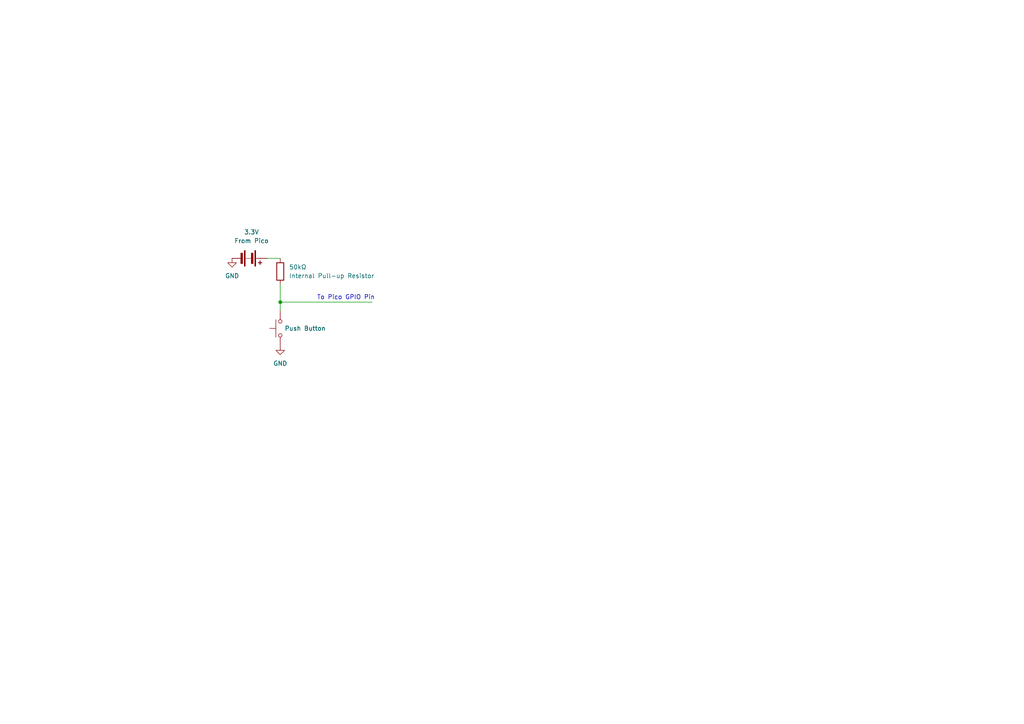
<source format=kicad_sch>
(kicad_sch
	(version 20250114)
	(generator "eeschema")
	(generator_version "9.0")
	(uuid "2b960676-248b-40bf-b1c5-de5fa69bca5c")
	(paper "A4")
	(lib_symbols
		(symbol "Device:Battery"
			(pin_numbers
				(hide yes)
			)
			(pin_names
				(offset 0)
				(hide yes)
			)
			(exclude_from_sim no)
			(in_bom yes)
			(on_board yes)
			(property "Reference" "BT"
				(at 2.54 2.54 0)
				(effects
					(font
						(size 1.27 1.27)
					)
					(justify left)
				)
			)
			(property "Value" "Battery"
				(at 2.54 0 0)
				(effects
					(font
						(size 1.27 1.27)
					)
					(justify left)
				)
			)
			(property "Footprint" ""
				(at 0 1.524 90)
				(effects
					(font
						(size 1.27 1.27)
					)
					(hide yes)
				)
			)
			(property "Datasheet" "~"
				(at 0 1.524 90)
				(effects
					(font
						(size 1.27 1.27)
					)
					(hide yes)
				)
			)
			(property "Description" "Multiple-cell battery"
				(at 0 0 0)
				(effects
					(font
						(size 1.27 1.27)
					)
					(hide yes)
				)
			)
			(property "ki_keywords" "batt voltage-source cell"
				(at 0 0 0)
				(effects
					(font
						(size 1.27 1.27)
					)
					(hide yes)
				)
			)
			(symbol "Battery_0_1"
				(rectangle
					(start -2.286 1.778)
					(end 2.286 1.524)
					(stroke
						(width 0)
						(type default)
					)
					(fill
						(type outline)
					)
				)
				(rectangle
					(start -2.286 -1.27)
					(end 2.286 -1.524)
					(stroke
						(width 0)
						(type default)
					)
					(fill
						(type outline)
					)
				)
				(rectangle
					(start -1.524 1.016)
					(end 1.524 0.508)
					(stroke
						(width 0)
						(type default)
					)
					(fill
						(type outline)
					)
				)
				(rectangle
					(start -1.524 -2.032)
					(end 1.524 -2.54)
					(stroke
						(width 0)
						(type default)
					)
					(fill
						(type outline)
					)
				)
				(polyline
					(pts
						(xy 0 1.778) (xy 0 2.54)
					)
					(stroke
						(width 0)
						(type default)
					)
					(fill
						(type none)
					)
				)
				(polyline
					(pts
						(xy 0 0) (xy 0 0.254)
					)
					(stroke
						(width 0)
						(type default)
					)
					(fill
						(type none)
					)
				)
				(polyline
					(pts
						(xy 0 -0.508) (xy 0 -0.254)
					)
					(stroke
						(width 0)
						(type default)
					)
					(fill
						(type none)
					)
				)
				(polyline
					(pts
						(xy 0 -1.016) (xy 0 -0.762)
					)
					(stroke
						(width 0)
						(type default)
					)
					(fill
						(type none)
					)
				)
				(polyline
					(pts
						(xy 0.762 3.048) (xy 1.778 3.048)
					)
					(stroke
						(width 0.254)
						(type default)
					)
					(fill
						(type none)
					)
				)
				(polyline
					(pts
						(xy 1.27 3.556) (xy 1.27 2.54)
					)
					(stroke
						(width 0.254)
						(type default)
					)
					(fill
						(type none)
					)
				)
			)
			(symbol "Battery_1_1"
				(pin passive line
					(at 0 5.08 270)
					(length 2.54)
					(name "+"
						(effects
							(font
								(size 1.27 1.27)
							)
						)
					)
					(number "1"
						(effects
							(font
								(size 1.27 1.27)
							)
						)
					)
				)
				(pin passive line
					(at 0 -5.08 90)
					(length 2.54)
					(name "-"
						(effects
							(font
								(size 1.27 1.27)
							)
						)
					)
					(number "2"
						(effects
							(font
								(size 1.27 1.27)
							)
						)
					)
				)
			)
			(embedded_fonts no)
		)
		(symbol "Device:R"
			(pin_numbers
				(hide yes)
			)
			(pin_names
				(offset 0)
			)
			(exclude_from_sim no)
			(in_bom yes)
			(on_board yes)
			(property "Reference" "R"
				(at 2.032 0 90)
				(effects
					(font
						(size 1.27 1.27)
					)
				)
			)
			(property "Value" "R"
				(at 0 0 90)
				(effects
					(font
						(size 1.27 1.27)
					)
				)
			)
			(property "Footprint" ""
				(at -1.778 0 90)
				(effects
					(font
						(size 1.27 1.27)
					)
					(hide yes)
				)
			)
			(property "Datasheet" "~"
				(at 0 0 0)
				(effects
					(font
						(size 1.27 1.27)
					)
					(hide yes)
				)
			)
			(property "Description" "Resistor"
				(at 0 0 0)
				(effects
					(font
						(size 1.27 1.27)
					)
					(hide yes)
				)
			)
			(property "ki_keywords" "R res resistor"
				(at 0 0 0)
				(effects
					(font
						(size 1.27 1.27)
					)
					(hide yes)
				)
			)
			(property "ki_fp_filters" "R_*"
				(at 0 0 0)
				(effects
					(font
						(size 1.27 1.27)
					)
					(hide yes)
				)
			)
			(symbol "R_0_1"
				(rectangle
					(start -1.016 -2.54)
					(end 1.016 2.54)
					(stroke
						(width 0.254)
						(type default)
					)
					(fill
						(type none)
					)
				)
			)
			(symbol "R_1_1"
				(pin passive line
					(at 0 3.81 270)
					(length 1.27)
					(name "~"
						(effects
							(font
								(size 1.27 1.27)
							)
						)
					)
					(number "1"
						(effects
							(font
								(size 1.27 1.27)
							)
						)
					)
				)
				(pin passive line
					(at 0 -3.81 90)
					(length 1.27)
					(name "~"
						(effects
							(font
								(size 1.27 1.27)
							)
						)
					)
					(number "2"
						(effects
							(font
								(size 1.27 1.27)
							)
						)
					)
				)
			)
			(embedded_fonts no)
		)
		(symbol "Switch:SW_Push"
			(pin_numbers
				(hide yes)
			)
			(pin_names
				(offset 1.016)
				(hide yes)
			)
			(exclude_from_sim no)
			(in_bom yes)
			(on_board yes)
			(property "Reference" "SW"
				(at 1.27 2.54 0)
				(effects
					(font
						(size 1.27 1.27)
					)
					(justify left)
				)
			)
			(property "Value" "SW_Push"
				(at 0 -1.524 0)
				(effects
					(font
						(size 1.27 1.27)
					)
				)
			)
			(property "Footprint" ""
				(at 0 5.08 0)
				(effects
					(font
						(size 1.27 1.27)
					)
					(hide yes)
				)
			)
			(property "Datasheet" "~"
				(at 0 5.08 0)
				(effects
					(font
						(size 1.27 1.27)
					)
					(hide yes)
				)
			)
			(property "Description" "Push button switch, generic, two pins"
				(at 0 0 0)
				(effects
					(font
						(size 1.27 1.27)
					)
					(hide yes)
				)
			)
			(property "ki_keywords" "switch normally-open pushbutton push-button"
				(at 0 0 0)
				(effects
					(font
						(size 1.27 1.27)
					)
					(hide yes)
				)
			)
			(symbol "SW_Push_0_1"
				(circle
					(center -2.032 0)
					(radius 0.508)
					(stroke
						(width 0)
						(type default)
					)
					(fill
						(type none)
					)
				)
				(polyline
					(pts
						(xy 0 1.27) (xy 0 3.048)
					)
					(stroke
						(width 0)
						(type default)
					)
					(fill
						(type none)
					)
				)
				(circle
					(center 2.032 0)
					(radius 0.508)
					(stroke
						(width 0)
						(type default)
					)
					(fill
						(type none)
					)
				)
				(polyline
					(pts
						(xy 2.54 1.27) (xy -2.54 1.27)
					)
					(stroke
						(width 0)
						(type default)
					)
					(fill
						(type none)
					)
				)
				(pin passive line
					(at -5.08 0 0)
					(length 2.54)
					(name "1"
						(effects
							(font
								(size 1.27 1.27)
							)
						)
					)
					(number "1"
						(effects
							(font
								(size 1.27 1.27)
							)
						)
					)
				)
				(pin passive line
					(at 5.08 0 180)
					(length 2.54)
					(name "2"
						(effects
							(font
								(size 1.27 1.27)
							)
						)
					)
					(number "2"
						(effects
							(font
								(size 1.27 1.27)
							)
						)
					)
				)
			)
			(embedded_fonts no)
		)
		(symbol "power:GND"
			(power)
			(pin_numbers
				(hide yes)
			)
			(pin_names
				(offset 0)
				(hide yes)
			)
			(exclude_from_sim no)
			(in_bom yes)
			(on_board yes)
			(property "Reference" "#PWR"
				(at 0 -6.35 0)
				(effects
					(font
						(size 1.27 1.27)
					)
					(hide yes)
				)
			)
			(property "Value" "GND"
				(at 0 -3.81 0)
				(effects
					(font
						(size 1.27 1.27)
					)
				)
			)
			(property "Footprint" ""
				(at 0 0 0)
				(effects
					(font
						(size 1.27 1.27)
					)
					(hide yes)
				)
			)
			(property "Datasheet" ""
				(at 0 0 0)
				(effects
					(font
						(size 1.27 1.27)
					)
					(hide yes)
				)
			)
			(property "Description" "Power symbol creates a global label with name \"GND\" , ground"
				(at 0 0 0)
				(effects
					(font
						(size 1.27 1.27)
					)
					(hide yes)
				)
			)
			(property "ki_keywords" "global power"
				(at 0 0 0)
				(effects
					(font
						(size 1.27 1.27)
					)
					(hide yes)
				)
			)
			(symbol "GND_0_1"
				(polyline
					(pts
						(xy 0 0) (xy 0 -1.27) (xy 1.27 -1.27) (xy 0 -2.54) (xy -1.27 -1.27) (xy 0 -1.27)
					)
					(stroke
						(width 0)
						(type default)
					)
					(fill
						(type none)
					)
				)
			)
			(symbol "GND_1_1"
				(pin power_in line
					(at 0 0 270)
					(length 0)
					(name "~"
						(effects
							(font
								(size 1.27 1.27)
							)
						)
					)
					(number "1"
						(effects
							(font
								(size 1.27 1.27)
							)
						)
					)
				)
			)
			(embedded_fonts no)
		)
	)
	(text "To Pico GPIO Pin\n"
		(exclude_from_sim no)
		(at 100.33 86.36 0)
		(effects
			(font
				(size 1.27 1.27)
			)
		)
		(uuid "4abf7a1f-520c-4ee5-8f5c-bac6ef251ecd")
	)
	(junction
		(at 81.28 87.63)
		(diameter 0)
		(color 0 0 0 0)
		(uuid "1160b593-2bbe-4c74-85f5-e7aabb45f62f")
	)
	(wire
		(pts
			(xy 81.28 82.55) (xy 81.28 87.63)
		)
		(stroke
			(width 0)
			(type default)
		)
		(uuid "29501995-79e7-4287-89ed-8ed325e4aeaa")
	)
	(wire
		(pts
			(xy 81.28 87.63) (xy 81.28 90.17)
		)
		(stroke
			(width 0)
			(type default)
		)
		(uuid "8aeebf73-da57-4a42-8b1c-d568be45b2a3")
	)
	(wire
		(pts
			(xy 81.28 87.63) (xy 107.95 87.63)
		)
		(stroke
			(width 0)
			(type default)
		)
		(uuid "aab3b1bd-7d5b-43bc-aee7-bc6e1086c151")
	)
	(wire
		(pts
			(xy 77.47 74.93) (xy 81.28 74.93)
		)
		(stroke
			(width 0)
			(type default)
		)
		(uuid "c7017bb5-2e80-47db-8efd-f8d8d573659e")
	)
	(symbol
		(lib_id "Device:R")
		(at 81.28 78.74 0)
		(unit 1)
		(exclude_from_sim no)
		(in_bom yes)
		(on_board yes)
		(dnp no)
		(fields_autoplaced yes)
		(uuid "3961c1d6-3546-44b9-95ff-a3a57d2c1f88")
		(property "Reference" "50kΩ"
			(at 83.82 77.4699 0)
			(effects
				(font
					(size 1.27 1.27)
				)
				(justify left)
			)
		)
		(property "Value" "Internal Pull-up Resistor"
			(at 83.82 80.0099 0)
			(effects
				(font
					(size 1.27 1.27)
				)
				(justify left)
			)
		)
		(property "Footprint" ""
			(at 79.502 78.74 90)
			(effects
				(font
					(size 1.27 1.27)
				)
				(hide yes)
			)
		)
		(property "Datasheet" "~"
			(at 81.28 78.74 0)
			(effects
				(font
					(size 1.27 1.27)
				)
				(hide yes)
			)
		)
		(property "Description" "Resistor"
			(at 81.28 78.74 0)
			(effects
				(font
					(size 1.27 1.27)
				)
				(hide yes)
			)
		)
		(pin "1"
			(uuid "cabcb363-7729-4e5c-bf80-1244e3723eb3")
		)
		(pin "2"
			(uuid "7becda21-d9db-4da8-b490-d7eb7da2d8d4")
		)
		(instances
			(project ""
				(path "/7a474c3b-855e-4a89-97e9-3d42055b899d/926b30cc-e3b3-4831-947e-f4c697cfd91e"
					(reference "50kΩ")
					(unit 1)
				)
			)
		)
	)
	(symbol
		(lib_id "power:GND")
		(at 81.28 100.33 0)
		(unit 1)
		(exclude_from_sim no)
		(in_bom yes)
		(on_board yes)
		(dnp no)
		(fields_autoplaced yes)
		(uuid "7440c0b3-a902-4337-ba8b-103d83289356")
		(property "Reference" "#PWR01"
			(at 81.28 106.68 0)
			(effects
				(font
					(size 1.27 1.27)
				)
				(hide yes)
			)
		)
		(property "Value" "GND"
			(at 81.28 105.41 0)
			(effects
				(font
					(size 1.27 1.27)
				)
			)
		)
		(property "Footprint" ""
			(at 81.28 100.33 0)
			(effects
				(font
					(size 1.27 1.27)
				)
				(hide yes)
			)
		)
		(property "Datasheet" ""
			(at 81.28 100.33 0)
			(effects
				(font
					(size 1.27 1.27)
				)
				(hide yes)
			)
		)
		(property "Description" "Power symbol creates a global label with name \"GND\" , ground"
			(at 81.28 100.33 0)
			(effects
				(font
					(size 1.27 1.27)
				)
				(hide yes)
			)
		)
		(pin "1"
			(uuid "d3083714-647b-466d-8373-54413691e145")
		)
		(instances
			(project ""
				(path "/7a474c3b-855e-4a89-97e9-3d42055b899d/926b30cc-e3b3-4831-947e-f4c697cfd91e"
					(reference "#PWR01")
					(unit 1)
				)
			)
		)
	)
	(symbol
		(lib_id "Device:Battery")
		(at 72.39 74.93 270)
		(unit 1)
		(exclude_from_sim no)
		(in_bom yes)
		(on_board yes)
		(dnp no)
		(fields_autoplaced yes)
		(uuid "8a4415e9-1bd6-4737-91c7-916dbf74778c")
		(property "Reference" "3.3V"
			(at 72.9615 67.31 90)
			(effects
				(font
					(size 1.27 1.27)
				)
			)
		)
		(property "Value" "From Pico"
			(at 72.9615 69.85 90)
			(effects
				(font
					(size 1.27 1.27)
				)
			)
		)
		(property "Footprint" ""
			(at 73.914 74.93 90)
			(effects
				(font
					(size 1.27 1.27)
				)
				(hide yes)
			)
		)
		(property "Datasheet" "~"
			(at 73.914 74.93 90)
			(effects
				(font
					(size 1.27 1.27)
				)
				(hide yes)
			)
		)
		(property "Description" "Multiple-cell battery"
			(at 72.39 74.93 0)
			(effects
				(font
					(size 1.27 1.27)
				)
				(hide yes)
			)
		)
		(pin "2"
			(uuid "e1bcd370-a7e3-41b1-ac74-f4db5dda731f")
		)
		(pin "1"
			(uuid "de4b4da2-ce6b-4d0c-ac06-a6e229fc6606")
		)
		(instances
			(project ""
				(path "/7a474c3b-855e-4a89-97e9-3d42055b899d/926b30cc-e3b3-4831-947e-f4c697cfd91e"
					(reference "3.3V")
					(unit 1)
				)
			)
		)
	)
	(symbol
		(lib_id "power:GND")
		(at 67.31 74.93 0)
		(unit 1)
		(exclude_from_sim no)
		(in_bom yes)
		(on_board yes)
		(dnp no)
		(fields_autoplaced yes)
		(uuid "a36f93a4-6c09-490b-be5d-465e8d743acc")
		(property "Reference" "#PWR04"
			(at 67.31 81.28 0)
			(effects
				(font
					(size 1.27 1.27)
				)
				(hide yes)
			)
		)
		(property "Value" "GND"
			(at 67.31 80.01 0)
			(effects
				(font
					(size 1.27 1.27)
				)
			)
		)
		(property "Footprint" ""
			(at 67.31 74.93 0)
			(effects
				(font
					(size 1.27 1.27)
				)
				(hide yes)
			)
		)
		(property "Datasheet" ""
			(at 67.31 74.93 0)
			(effects
				(font
					(size 1.27 1.27)
				)
				(hide yes)
			)
		)
		(property "Description" "Power symbol creates a global label with name \"GND\" , ground"
			(at 67.31 74.93 0)
			(effects
				(font
					(size 1.27 1.27)
				)
				(hide yes)
			)
		)
		(pin "1"
			(uuid "d9d8fe7a-b6b1-4fdc-8e68-26614bdd4c3a")
		)
		(instances
			(project ""
				(path "/7a474c3b-855e-4a89-97e9-3d42055b899d/926b30cc-e3b3-4831-947e-f4c697cfd91e"
					(reference "#PWR04")
					(unit 1)
				)
			)
		)
	)
	(symbol
		(lib_id "Switch:SW_Push")
		(at 81.28 95.25 90)
		(unit 1)
		(exclude_from_sim no)
		(in_bom yes)
		(on_board yes)
		(dnp no)
		(uuid "eca688c4-74ff-478f-9dd8-ad1926e4e4f9")
		(property "Reference" "SW1"
			(at 82.55 93.9799 90)
			(effects
				(font
					(size 1.27 1.27)
				)
				(justify right)
				(hide yes)
			)
		)
		(property "Value" "Push Button"
			(at 82.55 95.25 90)
			(effects
				(font
					(size 1.27 1.27)
				)
				(justify right)
			)
		)
		(property "Footprint" ""
			(at 76.2 95.25 0)
			(effects
				(font
					(size 1.27 1.27)
				)
				(hide yes)
			)
		)
		(property "Datasheet" "~"
			(at 76.2 95.25 0)
			(effects
				(font
					(size 1.27 1.27)
				)
				(hide yes)
			)
		)
		(property "Description" "Push button switch, generic, two pins"
			(at 81.28 95.25 0)
			(effects
				(font
					(size 1.27 1.27)
				)
				(hide yes)
			)
		)
		(pin "2"
			(uuid "624c86c1-0528-425c-a272-dfaa7ef3f114")
		)
		(pin "1"
			(uuid "c795d118-8ff9-437f-a388-0a2673f7ac31")
		)
		(instances
			(project ""
				(path "/7a474c3b-855e-4a89-97e9-3d42055b899d/926b30cc-e3b3-4831-947e-f4c697cfd91e"
					(reference "SW1")
					(unit 1)
				)
			)
		)
	)
)

</source>
